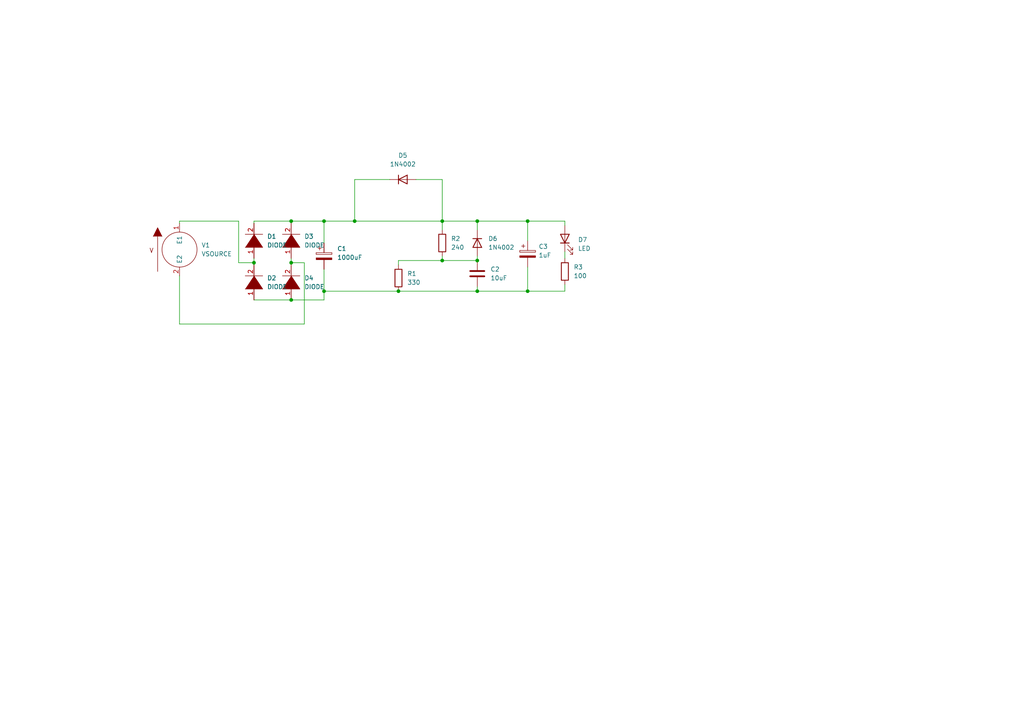
<source format=kicad_sch>
(kicad_sch (version 20211123) (generator eeschema)
  (paper "A4")
  (lib_symbols
    (symbol "Device:C" (pin_numbers hide) (pin_names (offset 0.254))
      (property "Reference" "C" (at 0.635 2.54 0))
      (property "Value" "C" (at 0.635 -2.54 0))
      (symbol "C_0_1"
        (polyline (pts (xy -2.032 -0.762) (xy 2.032 -0.762)) (stroke (width 0.508)))
        (polyline (pts (xy -2.032 0.762) (xy 2.032 0.762)) (stroke (width 0.508)))
      )
      (symbol "C_1_1"
        (pin passive line (at 0 3.81 270) (length 2.794) (name "~") (number "1"))
        (pin passive line (at 0 -3.81 90) (length 2.794) (name "~") (number "2"))
      )
    )
    (symbol "Device:C_Polarized" (pin_numbers hide) (pin_names (offset 0.254))
      (property "Reference" "C" (at 0.635 2.54 0))
      (property "Value" "C_Polarized" (at 0.635 -2.54 0))
      (symbol "C_Polarized_0_1"
        (rectangle (start -2.286 0.508) (end 2.286 1.016))
        (polyline (pts (xy -1.778 2.286) (xy -0.762 2.286)))
        (polyline (pts (xy -1.27 2.794) (xy -1.27 1.778)))
        (rectangle (start 2.286 -0.508) (end -2.286 -1.016) (fill (type outline)))
      )
      (symbol "C_Polarized_1_1"
        (pin passive line (at 0 3.81 270) (length 2.794) (name "~") (number "1"))
        (pin passive line (at 0 -3.81 90) (length 2.794) (name "~") (number "2"))
      )
    )
    (symbol "Device:LED" (pin_numbers hide) (pin_names (offset 1.016) hide)
      (property "Reference" "D" (at 0 2.54 0))
      (property "Value" "LED" (at 0 -2.54 0))
      (symbol "LED_0_1"
        (polyline (pts (xy -1.27 -1.27) (xy -1.27 1.27)) (stroke (width 0.254)))
        (polyline (pts (xy -1.27 0) (xy 1.27 0)))
        (polyline (pts (xy 1.27 -1.27) (xy 1.27 1.27) (xy -1.27 0) (xy 1.27 -1.27)) (stroke (width 0.254)))
        (polyline (pts (xy -3.048 -0.762) (xy -4.572 -2.286) (xy -3.81 -2.286) (xy -4.572 -2.286) (xy -4.572 -1.524)))
        (polyline (pts (xy -1.778 -0.762) (xy -3.302 -2.286) (xy -2.54 -2.286) (xy -3.302 -2.286) (xy -3.302 -1.524)))
      )
      (symbol "LED_1_1"
        (pin passive line (at -3.81 0 0) (length 2.54) (name "K") (number "1"))
        (pin passive line (at 3.81 0 180) (length 2.54) (name "A") (number "2"))
      )
    )
    (symbol "Device:R" (pin_numbers hide) (pin_names (offset 0))
      (property "Reference" "R" (at 2.032 0 90))
      (property "Value" "R" (at 0 0 90))
      (symbol "R_0_1"
        (rectangle (start -1.016 -2.54) (end 1.016 2.54) (stroke (width 0.254)))
      )
      (symbol "R_1_1"
        (pin passive line (at 0 3.81 270) (length 1.27) (name "~") (number "1"))
        (pin passive line (at 0 -3.81 90) (length 1.27) (name "~") (number "2"))
      )
    )
    (symbol "Diode:1N4002" (pin_numbers hide) (pin_names (offset 1.016) hide)
      (property "Reference" "D" (at 0 2.54 0))
      (property "Value" "1N4002" (at 0 -2.54 0))
      (symbol "1N4002_0_1"
        (polyline (pts (xy -1.27 1.27) (xy -1.27 -1.27)) (stroke (width 0.254)))
        (polyline (pts (xy 1.27 0) (xy -1.27 0)))
        (polyline (pts (xy 1.27 1.27) (xy 1.27 -1.27) (xy -1.27 0) (xy 1.27 1.27)) (stroke (width 0.254)))
      )
      (symbol "1N4002_1_1"
        (pin passive line (at -3.81 0 0) (length 2.54) (name "K") (number "1"))
        (pin passive line (at 3.81 0 180) (length 2.54) (name "A") (number "2"))
      )
    )
    (symbol "pspice:DIODE" (pin_names (offset 1.016) hide)
      (property "Reference" "D" (at 0 3.81 0))
      (property "Value" "DIODE" (at 0 -4.445 0))
      (symbol "DIODE_0_1"
        (polyline (pts (xy 1.905 2.54) (xy 1.905 -2.54)))
        (polyline (pts (xy -1.905 2.54) (xy -1.905 -2.54) (xy 1.905 0)) (fill (type outline)))
      )
      (symbol "DIODE_1_1"
        (pin input line (at -5.08 0 0) (length 3.81) (name "K") (number "1"))
        (pin input line (at 5.08 0 180) (length 3.81) (name "A") (number "2"))
      )
    )
    (symbol "pspice:VSOURCE" (pin_names (offset 1.016))
      (property "Reference" "V" (at -6.35 7.62 0))
      (property "Value" "VSOURCE" (at 0 0 0))
      (symbol "VSOURCE_0_1"
        (polyline (pts (xy -6.35 -6.35) (xy -6.35 3.81)) (fill (type outline)))
        (polyline (pts (xy -7.62 3.81) (xy -6.35 6.35) (xy -5.08 3.81)) (fill (type outline)))
        (circle (center 0 0) (radius 5.08))
        (text "V" (at -8.128 -0.254 0) (effects (font (size 1.27 1.27))))
      )
      (symbol "VSOURCE_1_1"
        (pin input line (at 0 7.62 270) (length 2.54) (name "E1") (number "1"))
        (pin input line (at 0 -7.62 90) (length 2.54) (name "E2") (number "2"))
      )
    )
  )
  (junction (at 128.27 64.135))
  (junction (at 84.455 86.995))
  (junction (at 73.66 76.2))
  (junction (at 128.27 75.565))
  (junction (at 93.98 84.455))
  (junction (at 153.035 84.455))
  (junction (at 153.035 64.135))
  (junction (at 84.455 64.135))
  (junction (at 138.43 64.135))
  (junction (at 93.98 64.135))
  (junction (at 115.57 84.455))
  (junction (at 84.455 76.2))
  (junction (at 138.43 84.455))
  (junction (at 138.43 75.565))
  (junction (at 102.87 64.135))
  (wire (pts (xy 84.455 76.2) (xy 88.265 76.2)))
  (wire (pts (xy 84.455 74.93) (xy 84.455 76.2)))
  (wire (pts (xy 73.66 76.2) (xy 69.215 76.2)))
  (wire (pts (xy 153.035 64.135) (xy 138.43 64.135)))
  (wire (pts (xy 93.98 64.135) (xy 84.455 64.135)))
  (wire (pts (xy 128.27 64.135) (xy 128.27 52.07)))
  (wire (pts (xy 93.98 84.455) (xy 115.57 84.455)))
  (wire (pts (xy 138.43 66.675) (xy 138.43 64.135)))
  (wire (pts (xy 52.07 64.135) (xy 69.215 64.135)))
  (wire (pts (xy 93.98 84.455) (xy 93.98 86.995)))
  (wire (pts (xy 113.03 52.07) (xy 102.87 52.07)))
  (wire (pts (xy 84.455 86.995) (xy 93.98 86.995)))
  (wire (pts (xy 88.265 76.2) (xy 88.265 93.98)))
  (wire (pts (xy 84.455 76.2) (xy 84.455 76.835)))
  (wire (pts (xy 115.57 75.565) (xy 115.57 76.835)))
  (wire (pts (xy 93.98 78.105) (xy 93.98 84.455)))
  (wire (pts (xy 73.66 86.995) (xy 84.455 86.995)))
  (wire (pts (xy 163.83 84.455) (xy 153.035 84.455)))
  (wire (pts (xy 115.57 75.565) (xy 128.27 75.565)))
  (wire (pts (xy 128.27 74.295) (xy 128.27 75.565)))
  (wire (pts (xy 84.455 64.135) (xy 73.66 64.135)))
  (wire (pts (xy 153.035 77.47) (xy 153.035 84.455)))
  (wire (pts (xy 153.035 69.85) (xy 153.035 64.135)))
  (wire (pts (xy 138.43 83.185) (xy 138.43 84.455)))
  (wire (pts (xy 93.98 64.135) (xy 93.98 70.485)))
  (wire (pts (xy 163.83 64.135) (xy 153.035 64.135)))
  (wire (pts (xy 128.27 75.565) (xy 138.43 75.565)))
  (wire (pts (xy 163.83 73.025) (xy 163.83 74.93)))
  (wire (pts (xy 52.07 64.135) (xy 52.07 64.77)))
  (wire (pts (xy 102.87 52.07) (xy 102.87 64.135)))
  (wire (pts (xy 52.07 80.01) (xy 52.07 93.98)))
  (wire (pts (xy 163.83 82.55) (xy 163.83 84.455)))
  (wire (pts (xy 69.215 64.135) (xy 69.215 76.2)))
  (wire (pts (xy 128.27 52.07) (xy 120.65 52.07)))
  (wire (pts (xy 138.43 74.295) (xy 138.43 75.565)))
  (wire (pts (xy 84.455 64.135) (xy 84.455 64.77)))
  (wire (pts (xy 138.43 64.135) (xy 128.27 64.135)))
  (wire (pts (xy 153.035 84.455) (xy 138.43 84.455)))
  (wire (pts (xy 102.87 64.135) (xy 128.27 64.135)))
  (wire (pts (xy 88.265 93.98) (xy 52.07 93.98)))
  (wire (pts (xy 73.66 74.93) (xy 73.66 76.2)))
  (wire (pts (xy 73.66 64.135) (xy 73.66 64.77)))
  (wire (pts (xy 93.98 64.135) (xy 102.87 64.135)))
  (wire (pts (xy 73.66 76.2) (xy 73.66 76.835)))
  (wire (pts (xy 163.83 64.135) (xy 163.83 65.405)))
  (wire (pts (xy 138.43 84.455) (xy 115.57 84.455)))
  (wire (pts (xy 128.27 64.135) (xy 128.27 66.675)))
  (symbol (lib_id "Device:R") (at 128.27 70.485 0) (unit 1)
    (property "Reference" "R2" (at 130.81 69.2149 0) (effects (justify left)))
    (property "Value" "240" (at 130.81 71.7549 0) (effects (justify left)))
    (property "Footprint" "Resistor_THT:R_Axial_DIN0204_L3.6mm_D1.6mm_P1.90mm_Vertical" (effects hide))
  )
  (symbol (lib_id "Device:C") (at 138.43 79.375 0) (unit 1)
    (property "Reference" "C2" (at 142.24 78.1049 0) (effects (justify left)))
    (property "Value" "10uF" (at 142.24 80.6449 0) (effects (justify left)))
    (property "Footprint" "Capacitor_THT:CP_Axial_L10.0mm_D4.5mm_P15.00mm_Horizontal" (effects hide))
  )
  (symbol (lib_id "Diode:1N4002") (at 116.84 52.07 0) (unit 1)
    (property "Reference" "D5" (at 116.84 45.085 0))
    (property "Value" "1N4002" (at 116.84 47.625 0))
    (property "Footprint" "Diode_THT:D_T-1_P5.08mm_Horizontal" (effects hide))
    (property "Datasheet" "http://www.vishay.com/docs/88503/1n4001.pdf" (effects hide))
  )
  (symbol (lib_id "pspice:VSOURCE") (at 52.07 72.39 0) (unit 1)
    (property "Reference" "V1" (at 58.42 71.1199 0) (effects (justify left)))
    (property "Value" "VSOURCE" (at 58.42 73.6599 0) (effects (justify left)))
  )
  (symbol (lib_id "pspice:DIODE") (at 84.455 69.85 90) (unit 1)
    (property "Reference" "D3" (at 88.265 68.5799 90) (effects (justify right)))
    (property "Value" "DIODE" (at 88.265 71.1199 90) (effects (justify right)))
  )
  (symbol (lib_id "pspice:DIODE") (at 73.66 69.85 90) (unit 1)
    (property "Reference" "D1" (at 77.47 68.5799 90) (effects (justify right)))
    (property "Value" "DIODE" (at 77.47 71.1199 90) (effects (justify right)))
  )
  (symbol (lib_id "Device:R") (at 115.57 80.645 0) (unit 1)
    (property "Reference" "R1" (at 118.11 79.3749 0) (effects (justify left)))
    (property "Value" "330" (at 118.11 81.9149 0) (effects (justify left)))
    (property "Footprint" "Resistor_THT:R_Axial_DIN0204_L3.6mm_D1.6mm_P1.90mm_Vertical" (effects hide))
  )
  (symbol (lib_id "Device:C_Polarized") (at 153.035 73.66 0) (unit 1)
    (property "Reference" "C3" (at 156.21 71.5009 0) (effects (justify left)))
    (property "Value" "1uF" (at 156.21 74.0409 0) (effects (justify left)))
    (property "Footprint" "Capacitor_THT:C_Axial_L3.8mm_D2.6mm_P7.50mm_Horizontal" (effects hide))
  )
  (symbol (lib_id "Device:LED") (at 163.83 69.215 90) (unit 1)
    (property "Reference" "D7" (at 167.64 69.5324 90) (effects (justify right)))
    (property "Value" "LED" (at 167.64 72.0724 90) (effects (justify right)))
  )
  (symbol (lib_id "pspice:DIODE") (at 73.66 81.915 90) (unit 1)
    (property "Reference" "D2" (at 77.47 80.6449 90) (effects (justify right)))
    (property "Value" "DIODE" (at 77.47 83.1849 90) (effects (justify right)))
  )
  (symbol (lib_id "pspice:DIODE") (at 84.455 81.915 90) (unit 1)
    (property "Reference" "D4" (at 88.265 80.6449 90) (effects (justify right)))
    (property "Value" "DIODE" (at 88.265 83.1849 90) (effects (justify right)))
  )
  (symbol (lib_id "Diode:1N4002") (at 138.43 70.485 270) (unit 1)
    (property "Reference" "D6" (at 141.605 69.2149 90) (effects (justify left)))
    (property "Value" "1N4002" (at 141.605 71.7549 90) (effects (justify left)))
    (property "Footprint" "Diode_THT:D_DO-41_SOD81_P10.16mm_Horizontal" (effects hide))
    (property "Datasheet" "http://www.vishay.com/docs/88503/1n4001.pdf" (effects hide))
  )
  (symbol (lib_id "Device:C_Polarized") (at 93.98 74.295 0) (unit 1)
    (property "Reference" "C1" (at 97.79 72.1359 0) (effects (justify left)))
    (property "Value" "1000uF" (at 97.79 74.6759 0) (effects (justify left)))
    (property "Footprint" "Capacitor_THT:CP_Axial_L10.0mm_D4.5mm_P15.00mm_Horizontal" (effects hide))
  )
  (symbol (lib_id "Device:R") (at 163.83 78.74 0) (unit 1)
    (property "Reference" "R3" (at 166.37 77.4699 0) (effects (justify left)))
    (property "Value" "100" (at 166.37 80.0099 0) (effects (justify left)))
  )
)
</source>
